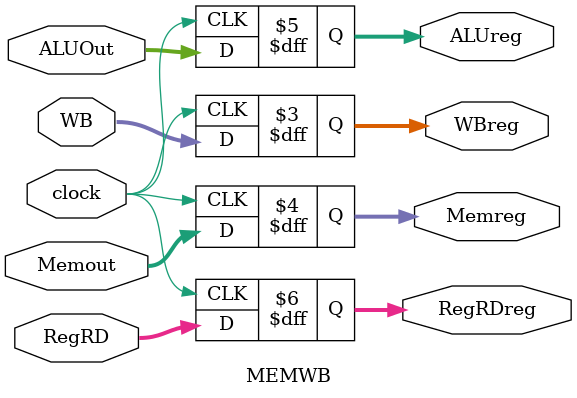
<source format=v>
module MEMWB(clock,WB,Memout,ALUOut,RegRD,WBreg,Memreg,ALUreg,RegRDreg);
input clock;
input [1:0] WB;
input [4:0] RegRD;
input [31:0] Memout,ALUOut;
output [1:0] WBreg;
output [31:0] Memreg,ALUreg;
output [4:0] RegRDreg;
reg [1:0] WBreg;
reg [31:0] Memreg,ALUreg;
reg [4:0] RegRDreg;

initial begin
	WBreg = 0;
	Memreg = 0;
	ALUreg = 0;
	RegRDreg = 0;
end

always@(posedge clock)
begin
	WBreg <= WB;
	Memreg <= Memout;
	ALUreg <= ALUOut;
	RegRDreg <= RegRD;
end

endmodule

</source>
